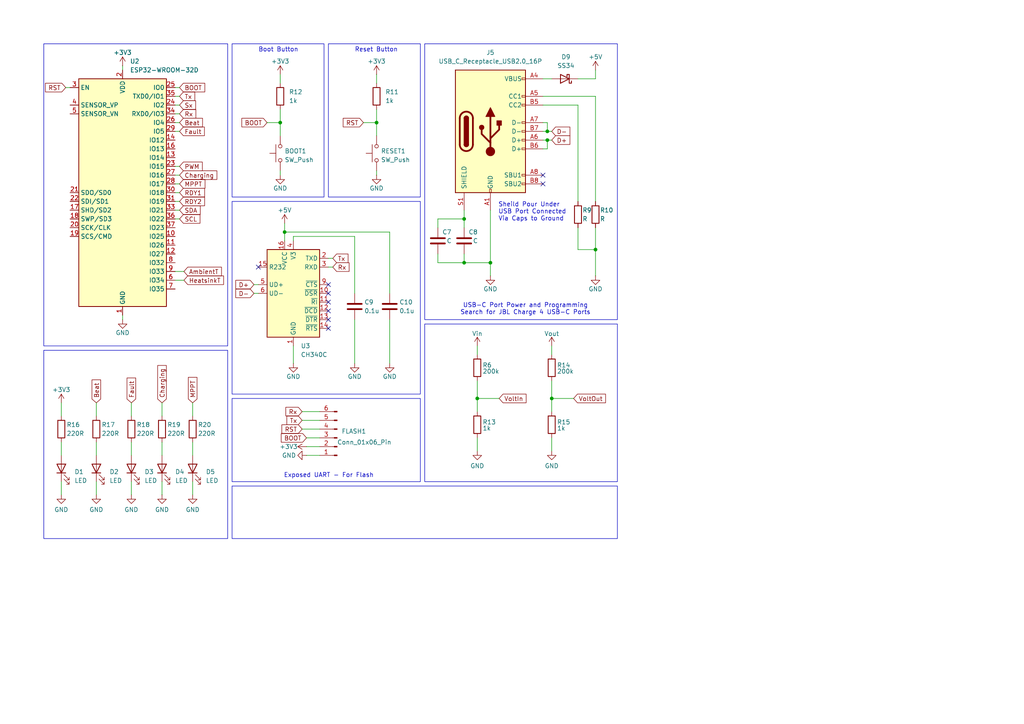
<source format=kicad_sch>
(kicad_sch (version 20250114) (generator "eeschema") (generator_version "9.0")
  (paper "A4")
  (lib_symbols
    (symbol "Connector:Conn_01x06_Pin" (pin_names (offset 1.016) (hide yes))
      (property "Reference" "J" (at 0 7.62 0))
      (property "Value" "Conn_01x06_Pin" (at 0 -10.16 0))
      (symbol "Conn_01x06_Pin_1_1"
        (rectangle (start 0.8636 5.207) (end 0 4.953) (stroke (width 0.1524)) (fill (type outline)))
        (rectangle (start 0.8636 2.667) (end 0 2.413) (stroke (width 0.1524)) (fill (type outline)))
        (rectangle (start 0.8636 0.127) (end 0 -0.127) (stroke (width 0.1524)) (fill (type outline)))
        (rectangle (start 0.8636 -2.413) (end 0 -2.667) (stroke (width 0.1524)) (fill (type outline)))
        (rectangle (start 0.8636 -4.953) (end 0 -5.207) (stroke (width 0.1524)) (fill (type outline)))
        (rectangle (start 0.8636 -7.493) (end 0 -7.747) (stroke (width 0.1524)) (fill (type outline)))
        (polyline (pts (xy 1.27 5.08) (xy 0.8636 5.08)) (stroke (width 0.1524)))
        (polyline (pts (xy 1.27 2.54) (xy 0.8636 2.54)) (stroke (width 0.1524)))
        (polyline (pts (xy 1.27 0) (xy 0.8636 0)) (stroke (width 0.1524)))
        (polyline (pts (xy 1.27 -2.54) (xy 0.8636 -2.54)) (stroke (width 0.1524)))
        (polyline (pts (xy 1.27 -5.08) (xy 0.8636 -5.08)) (stroke (width 0.1524)))
        (polyline (pts (xy 1.27 -7.62) (xy 0.8636 -7.62)) (stroke (width 0.1524)))
        (pin passive line (at 5.08 5.08 180) (length 3.81) (name "Pin_1") (number "1"))
        (pin passive line (at 5.08 2.54 180) (length 3.81) (name "Pin_2") (number "2"))
        (pin passive line (at 5.08 0 180) (length 3.81) (name "Pin_3") (number "3"))
        (pin passive line (at 5.08 -2.54 180) (length 3.81) (name "Pin_4") (number "4"))
        (pin passive line (at 5.08 -5.08 180) (length 3.81) (name "Pin_5") (number "5"))
        (pin passive line (at 5.08 -7.62 180) (length 3.81) (name "Pin_6") (number "6"))
      )
    )
    (symbol "Connector:USB_C_Receptacle_USB2.0_16P" (pin_names (offset 1.016))
      (property "Reference" "J" (at 0 22.225 0))
      (property "Value" "USB_C_Receptacle_USB2.0_16P" (at 0 19.685 0))
      (symbol "USB_C_Receptacle_USB2.0_16P_0_0"
        (rectangle (start -0.254 -17.78) (end 0.254 -16.764))
        (rectangle (start 10.16 15.494) (end 9.144 14.986))
        (rectangle (start 10.16 10.414) (end 9.144 9.906))
        (rectangle (start 10.16 7.874) (end 9.144 7.366))
        (rectangle (start 10.16 2.794) (end 9.144 2.286))
        (rectangle (start 10.16 0.254) (end 9.144 -0.254))
        (rectangle (start 10.16 -2.286) (end 9.144 -2.794))
        (rectangle (start 10.16 -4.826) (end 9.144 -5.334))
        (rectangle (start 10.16 -12.446) (end 9.144 -12.954))
        (rectangle (start 10.16 -14.986) (end 9.144 -15.494))
      )
      (symbol "USB_C_Receptacle_USB2.0_16P_0_1"
        (rectangle (start -10.16 17.78) (end 10.16 -17.78) (stroke (width 0.254)) (fill (type background)))
        (polyline (pts (xy -8.89 -3.81) (xy -8.89 3.81)) (stroke (width 0.508)))
        (rectangle (start -7.62 -3.81) (end -6.35 3.81) (stroke (width 0.254)) (fill (type outline)))
        (arc (start -7.62 3.81) (mid -6.985 4.4423) (end -6.35 3.81) (stroke (width 0.254)))
        (arc (start -7.62 3.81) (mid -6.985 4.4423) (end -6.35 3.81) (stroke (width 0.254)) (fill (type outline)))
        (arc (start -8.89 3.81) (mid -6.985 5.7067) (end -5.08 3.81) (stroke (width 0.508)))
        (arc (start -5.08 -3.81) (mid -6.985 -5.7067) (end -8.89 -3.81) (stroke (width 0.508)))
        (arc (start -6.35 -3.81) (mid -6.985 -4.4423) (end -7.62 -3.81) (stroke (width 0.254)))
        (arc (start -6.35 -3.81) (mid -6.985 -4.4423) (end -7.62 -3.81) (stroke (width 0.254)) (fill (type outline)))
        (polyline (pts (xy -5.08 3.81) (xy -5.08 -3.81)) (stroke (width 0.508)))
        (circle (center -2.54 1.143) (radius 0.635) (stroke (width 0.254)) (fill (type outline)))
        (polyline (pts (xy -1.27 4.318) (xy 0 6.858) (xy 1.27 4.318) (xy -1.27 4.318)) (stroke (width 0.254)) (fill (type outline)))
        (polyline (pts (xy 0 -2.032) (xy 2.54 0.508) (xy 2.54 1.778)) (stroke (width 0.508)))
        (polyline (pts (xy 0 -3.302) (xy -2.54 -0.762) (xy -2.54 0.508)) (stroke (width 0.508)))
        (polyline (pts (xy 0 -5.842) (xy 0 4.318)) (stroke (width 0.508)))
        (circle (center 0 -5.842) (radius 1.27) (fill (type outline)))
        (rectangle (start 1.905 1.778) (end 3.175 3.048) (stroke (width 0.254)) (fill (type outline)))
      )
      (symbol "USB_C_Receptacle_USB2.0_16P_1_1"
        (pin passive line (at -7.62 -22.86 90) (length 5.08) (name "SHIELD") (number "S1"))
        (pin passive line (at 0 -22.86 90) (length 5.08) (name "GND") (number "A1"))
        (pin passive line (at 0 -22.86 90) (length 5.08) (hide yes) (name "GND") (number "A12"))
        (pin passive line (at 0 -22.86 90) (length 5.08) (hide yes) (name "GND") (number "B1"))
        (pin passive line (at 0 -22.86 90) (length 5.08) (hide yes) (name "GND") (number "B12"))
        (pin passive line (at 15.24 15.24 180) (length 5.08) (name "VBUS") (number "A4"))
        (pin passive line (at 15.24 15.24 180) (length 5.08) (hide yes) (name "VBUS") (number "A9"))
        (pin passive line (at 15.24 15.24 180) (length 5.08) (hide yes) (name "VBUS") (number "B4"))
        (pin passive line (at 15.24 15.24 180) (length 5.08) (hide yes) (name "VBUS") (number "B9"))
        (pin bidirectional line (at 15.24 10.16 180) (length 5.08) (name "CC1") (number "A5"))
        (pin bidirectional line (at 15.24 7.62 180) (length 5.08) (name "CC2") (number "B5"))
        (pin bidirectional line (at 15.24 2.54 180) (length 5.08) (name "D-") (number "A7"))
        (pin bidirectional line (at 15.24 0 180) (length 5.08) (name "D-") (number "B7"))
        (pin bidirectional line (at 15.24 -2.54 180) (length 5.08) (name "D+") (number "A6"))
        (pin bidirectional line (at 15.24 -5.08 180) (length 5.08) (name "D+") (number "B6"))
        (pin bidirectional line (at 15.24 -12.7 180) (length 5.08) (name "SBU1") (number "A8"))
        (pin bidirectional line (at 15.24 -15.24 180) (length 5.08) (name "SBU2") (number "B8"))
      )
    )
    (symbol "Device:C" (pin_numbers (hide yes)) (pin_names (offset 0.254))
      (property "Reference" "C" (at 0.635 2.54 0))
      (property "Value" "C" (at 0.635 -2.54 0))
      (symbol "C_0_1"
        (polyline (pts (xy -2.032 0.762) (xy 2.032 0.762)) (stroke (width 0.508)))
        (polyline (pts (xy -2.032 -0.762) (xy 2.032 -0.762)) (stroke (width 0.508)))
      )
      (symbol "C_1_1"
        (pin passive line (at 0 3.81 270) (length 2.794) (name "~") (number "1"))
        (pin passive line (at 0 -3.81 90) (length 2.794) (name "~") (number "2"))
      )
    )
    (symbol "Device:LED" (pin_numbers (hide yes)) (pin_names (offset 1.016) (hide yes))
      (property "Reference" "D" (at 0 2.54 0))
      (property "Value" "LED" (at 0 -2.54 0))
      (symbol "LED_0_1"
        (polyline (pts (xy -3.048 -0.762) (xy -4.572 -2.286) (xy -3.81 -2.286) (xy -4.572 -2.286) (xy -4.572 -1.524)))
        (polyline (pts (xy -1.778 -0.762) (xy -3.302 -2.286) (xy -2.54 -2.286) (xy -3.302 -2.286) (xy -3.302 -1.524)))
        (polyline (pts (xy -1.27 0) (xy 1.27 0)))
        (polyline (pts (xy -1.27 -1.27) (xy -1.27 1.27)) (stroke (width 0.254)))
        (polyline (pts (xy 1.27 -1.27) (xy 1.27 1.27) (xy -1.27 0) (xy 1.27 -1.27)) (stroke (width 0.254)))
      )
      (symbol "LED_1_1"
        (pin passive line (at -3.81 0 0) (length 2.54) (name "K") (number "1"))
        (pin passive line (at 3.81 0 180) (length 2.54) (name "A") (number "2"))
      )
    )
    (symbol "Device:R" (pin_numbers (hide yes)) (pin_names (offset 0))
      (property "Reference" "R" (at 2.032 0 90))
      (property "Value" "R" (at 0 0 90))
      (symbol "R_0_1"
        (rectangle (start -1.016 -2.54) (end 1.016 2.54) (stroke (width 0.254)))
      )
      (symbol "R_1_1"
        (pin passive line (at 0 3.81 270) (length 1.27) (name "~") (number "1"))
        (pin passive line (at 0 -3.81 90) (length 1.27) (name "~") (number "2"))
      )
    )
    (symbol "Diode:SS34" (pin_numbers (hide yes)) (pin_names (offset 1.016) (hide yes))
      (property "Reference" "D" (at 0 2.54 0))
      (property "Value" "SS34" (at 0 -2.54 0))
      (symbol "SS34_0_1"
        (polyline (pts (xy -1.905 0.635) (xy -1.905 1.27) (xy -1.27 1.27) (xy -1.27 -1.27) (xy -0.635 -1.27) (xy -0.635 -0.635)) (stroke (width 0.254)))
        (polyline (pts (xy 1.27 1.27) (xy 1.27 -1.27) (xy -1.27 0) (xy 1.27 1.27)) (stroke (width 0.254)))
        (polyline (pts (xy 1.27 0) (xy -1.27 0)))
      )
      (symbol "SS34_1_1"
        (pin passive line (at -3.81 0 0) (length 2.54) (name "K") (number "1"))
        (pin passive line (at 3.81 0 180) (length 2.54) (name "A") (number "2"))
      )
    )
    (symbol "Interface_USB:CH340C"
      (property "Reference" "U" (at -5.08 13.97 0))
      (property "Value" "CH340C" (at 1.27 13.97 0))
      (symbol "CH340C_0_1"
        (rectangle (start -7.62 12.7) (end 7.62 -12.7) (stroke (width 0.254)) (fill (type background)))
      )
      (symbol "CH340C_1_1"
        (pin input line (at -10.16 7.62 0) (length 2.54) (name "R232") (number "15"))
        (pin bidirectional line (at -10.16 2.54 0) (length 2.54) (name "UD+") (number "5"))
        (pin bidirectional line (at -10.16 0 0) (length 2.54) (name "UD-") (number "6"))
        (pin no_connect line (at -7.62 -5.08 0) (length 2.54) (hide yes) (name "NC") (number "7"))
        (pin no_connect line (at -7.62 -7.62 0) (length 2.54) (hide yes) (name "NC") (number "8"))
        (pin power_in line (at -2.54 15.24 270) (length 2.54) (name "VCC") (number "16"))
        (pin power_out line (at 0 15.24 270) (length 2.54) (name "V3") (number "4"))
        (pin power_in line (at 0 -15.24 90) (length 2.54) (name "GND") (number "1"))
        (pin output line (at 10.16 10.16 180) (length 2.54) (name "TXD") (number "2"))
        (pin input line (at 10.16 7.62 180) (length 2.54) (name "RXD") (number "3"))
        (pin input line (at 10.16 2.54 180) (length 2.54) (name "~{CTS}") (number "9"))
        (pin input line (at 10.16 0 180) (length 2.54) (name "~{DSR}") (number "10"))
        (pin input line (at 10.16 -2.54 180) (length 2.54) (name "~{RI}") (number "11"))
        (pin input line (at 10.16 -5.08 180) (length 2.54) (name "~{DCD}") (number "12"))
        (pin output line (at 10.16 -7.62 180) (length 2.54) (name "~{DTR}") (number "13"))
        (pin output line (at 10.16 -10.16 180) (length 2.54) (name "~{RTS}") (number "14"))
      )
    )
    (symbol "RF_Module:ESP32-WROOM-32D"
      (property "Reference" "U" (at -12.7 34.29 0))
      (property "Value" "ESP32-WROOM-32D" (at 1.27 34.29 0))
      (symbol "ESP32-WROOM-32D_0_1"
        (rectangle (start -12.7 33.02) (end 12.7 -33.02) (stroke (width 0.254)) (fill (type background)))
      )
      (symbol "ESP32-WROOM-32D_1_1"
        (pin input line (at -15.24 30.48 0) (length 2.54) (name "EN") (number "3"))
        (pin input line (at -15.24 25.4 0) (length 2.54) (name "SENSOR_VP") (number "4"))
        (pin input line (at -15.24 22.86 0) (length 2.54) (name "SENSOR_VN") (number "5"))
        (pin bidirectional line (at -15.24 0 0) (length 2.54) (name "SDO/SD0") (number "21"))
        (pin bidirectional line (at -15.24 -2.54 0) (length 2.54) (name "SDI/SD1") (number "22"))
        (pin bidirectional line (at -15.24 -5.08 0) (length 2.54) (name "SHD/SD2") (number "17"))
        (pin bidirectional line (at -15.24 -7.62 0) (length 2.54) (name "SWP/SD3") (number "18"))
        (pin bidirectional line (at -15.24 -10.16 0) (length 2.54) (name "SCK/CLK") (number "20"))
        (pin bidirectional line (at -15.24 -12.7 0) (length 2.54) (name "SCS/CMD") (number "19"))
        (pin no_connect line (at -12.7 -27.94 0) (length 2.54) (hide yes) (name "NC") (number "32"))
        (pin power_in line (at 0 35.56 270) (length 2.54) (name "VDD") (number "2"))
        (pin power_in line (at 0 -35.56 90) (length 2.54) (name "GND") (number "1"))
        (pin passive line (at 0 -35.56 90) (length 2.54) (hide yes) (name "GND") (number "15"))
        (pin passive line (at 0 -35.56 90) (length 2.54) (hide yes) (name "GND") (number "38"))
        (pin passive line (at 0 -35.56 90) (length 2.54) (hide yes) (name "GND") (number "39"))
        (pin bidirectional line (at 15.24 30.48 180) (length 2.54) (name "IO0") (number "25"))
        (pin bidirectional line (at 15.24 27.94 180) (length 2.54) (name "TXD0/IO1") (number "35"))
        (pin bidirectional line (at 15.24 25.4 180) (length 2.54) (name "IO2") (number "24"))
        (pin bidirectional line (at 15.24 22.86 180) (length 2.54) (name "RXD0/IO3") (number "34"))
        (pin bidirectional line (at 15.24 20.32 180) (length 2.54) (name "IO4") (number "26"))
        (pin bidirectional line (at 15.24 17.78 180) (length 2.54) (name "IO5") (number "29"))
        (pin bidirectional line (at 15.24 15.24 180) (length 2.54) (name "IO12") (number "14"))
        (pin bidirectional line (at 15.24 12.7 180) (length 2.54) (name "IO13") (number "16"))
        (pin bidirectional line (at 15.24 10.16 180) (length 2.54) (name "IO14") (number "13"))
        (pin bidirectional line (at 15.24 7.62 180) (length 2.54) (name "IO15") (number "23"))
        (pin bidirectional line (at 15.24 5.08 180) (length 2.54) (name "IO16") (number "27"))
        (pin bidirectional line (at 15.24 2.54 180) (length 2.54) (name "IO17") (number "28"))
        (pin bidirectional line (at 15.24 0 180) (length 2.54) (name "IO18") (number "30"))
        (pin bidirectional line (at 15.24 -2.54 180) (length 2.54) (name "IO19") (number "31"))
        (pin bidirectional line (at 15.24 -5.08 180) (length 2.54) (name "IO21") (number "33"))
        (pin bidirectional line (at 15.24 -7.62 180) (length 2.54) (name "IO22") (number "36"))
        (pin bidirectional line (at 15.24 -10.16 180) (length 2.54) (name "IO23") (number "37"))
        (pin bidirectional line (at 15.24 -12.7 180) (length 2.54) (name "IO25") (number "10"))
        (pin bidirectional line (at 15.24 -15.24 180) (length 2.54) (name "IO26") (number "11"))
        (pin bidirectional line (at 15.24 -17.78 180) (length 2.54) (name "IO27") (number "12"))
        (pin bidirectional line (at 15.24 -20.32 180) (length 2.54) (name "IO32") (number "8"))
        (pin bidirectional line (at 15.24 -22.86 180) (length 2.54) (name "IO33") (number "9"))
        (pin input line (at 15.24 -25.4 180) (length 2.54) (name "IO34") (number "6"))
        (pin input line (at 15.24 -27.94 180) (length 2.54) (name "IO35") (number "7"))
      )
    )
    (symbol "Switch:SW_Push" (pin_numbers (hide yes)) (pin_names (offset 1.016) (hide yes))
      (property "Reference" "SW" (at 1.27 2.54 0))
      (property "Value" "SW_Push" (at 0 -1.524 0))
      (symbol "SW_Push_0_1"
        (circle (center -2.032 0) (radius 0.508))
        (polyline (pts (xy 0 1.27) (xy 0 3.048)))
        (circle (center 2.032 0) (radius 0.508))
        (polyline (pts (xy 2.54 1.27) (xy -2.54 1.27)))
        (pin passive line (at -5.08 0 0) (length 2.54) (name "1") (number "1"))
        (pin passive line (at 5.08 0 180) (length 2.54) (name "2") (number "2"))
      )
    )
    (symbol "power:+3V3" (power) (pin_numbers (hide yes)) (pin_names (offset 0) (hide yes))
      (property "Value" "+3V3" (at 0 3.556 0))
      (symbol "+3V3_0_1"
        (polyline (pts (xy -0.762 1.27) (xy 0 2.54)))
        (polyline (pts (xy 0 2.54) (xy 0.762 1.27)))
        (polyline (pts (xy 0 0) (xy 0 2.54)))
      )
      (symbol "+3V3_1_1"
        (pin power_in line (at 0 0 90) (length 0) (name "~") (number "1"))
      )
    )
    (symbol "power:+5V" (power) (pin_names (offset 0))
      (property "Value" "+5V" (at 0 3.556 0))
      (symbol "+5V_0_1"
        (polyline (pts (xy -0.762 1.27) (xy 0 2.54)))
        (polyline (pts (xy 0 2.54) (xy 0.762 1.27)))
        (polyline (pts (xy 0 0) (xy 0 2.54)))
      )
      (symbol "+5V_1_1"
        (pin power_in line (at 0 0 90) (length 0) (hide yes) (name "+5V") (number "1"))
      )
    )
    (symbol "power:GND" (power) (pin_numbers (hide yes)) (pin_names (offset 0) (hide yes))
      (property "Value" "GND" (at 0 -3.81 0))
      (symbol "GND_0_1"
        (polyline (pts (xy 0 0) (xy 0 -1.27) (xy 1.27 -1.27) (xy 0 -2.54) (xy -1.27 -1.27) (xy 0 -1.27)))
      )
      (symbol "GND_1_1"
        (pin power_in line (at 0 0 270) (length 0) (name "~") (number "1"))
      )
    )
    (symbol "power:VAA" (power) (pin_numbers (hide yes)) (pin_names (offset 0) (hide yes))
      (property "Value" "VAA" (at 0 3.556 0))
      (symbol "VAA_0_1"
        (polyline (pts (xy -0.762 1.27) (xy 0 2.54)))
        (polyline (pts (xy 0 2.54) (xy 0.762 1.27)))
        (polyline (pts (xy 0 0) (xy 0 2.54)))
      )
      (symbol "VAA_1_1"
        (pin power_in line (at 0 0 90) (length 0) (name "~") (number "1"))
      )
    )
  )
  (rectangle (start 67.31 58.42) (end 121.92 114.3))
  (rectangle (start 67.31 115.57) (end 121.92 139.7))
  (rectangle (start 67.31 12.7) (end 93.98 57.15))
  (rectangle (start 12.7 101.6) (end 66.04 156.21))
  (rectangle (start 123.19 93.98) (end 179.07 139.7))
  (rectangle (start 95.25 12.7) (end 121.92 57.15))
  (rectangle (start 67.31 140.97) (end 179.07 156.21))
  (rectangle (start 12.7 12.7) (end 66.04 100.33))
  (rectangle (start 123.19 12.7) (end 179.07 92.71))
  (text "Exposed UART - For Flash" (at 82.296 138.684 0) (effects (font (size 1.27 1.27)) (justify left bottom)))
  (text "Reset Button" (at 102.87 15.24 0) (effects (font (size 1.27 1.27)) (justify left bottom)))
  (text "Boot Button" (at 74.93 15.24 0) (effects (font (size 1.27 1.27)) (justify left bottom)))
  (text "Sheild Pour Under\nUSB Port Connected\nVia Caps to Ground" (at 144.526 64.262 0) (effects (font (size 1.27 1.27)) (justify left bottom)))
  (text "USB-C Port Power and Programming\nSearch for JBL Charge 4 USB-C Ports" (at 152.4 91.44 0) (effects (font (size 1.27 1.27)) (justify bottom)))
  (junction (at 134.62 63.5))
  (junction (at 109.22 35.56))
  (junction (at 138.43 115.57))
  (junction (at 158.75 40.64))
  (junction (at 160.02 115.57))
  (junction (at 172.72 72.39))
  (junction (at 82.55 67.31))
  (junction (at 134.62 76.2))
  (junction (at 158.75 38.1))
  (junction (at 81.28 35.56))
  (junction (at 142.24 76.2))
  (no_connect (at 157.48 53.34))
  (no_connect (at 74.93 77.47))
  (no_connect (at 95.25 90.17))
  (no_connect (at 95.25 87.63))
  (no_connect (at 95.25 95.25))
  (no_connect (at 157.48 50.8))
  (no_connect (at 95.25 92.71))
  (no_connect (at 95.25 82.55))
  (no_connect (at 95.25 85.09))
  (wire (pts (xy 158.75 40.64) (xy 160.02 40.64)))
  (wire (pts (xy 160.02 127) (xy 160.02 130.81)))
  (wire (pts (xy 53.34 78.74) (xy 50.8 78.74)))
  (wire (pts (xy 167.64 30.48) (xy 157.48 30.48)))
  (wire (pts (xy 158.75 38.1) (xy 158.75 35.56)))
  (wire (pts (xy 127 73.66) (xy 127 76.2)))
  (wire (pts (xy 50.8 58.42) (xy 52.07 58.42)))
  (wire (pts (xy 46.99 139.7) (xy 46.99 143.51)))
  (wire (pts (xy 113.03 85.09) (xy 113.03 67.31)))
  (wire (pts (xy 172.72 66.04) (xy 172.72 72.39)))
  (wire (pts (xy 158.75 43.18) (xy 158.75 40.64)))
  (wire (pts (xy 46.99 128.27) (xy 46.99 132.08)))
  (wire (pts (xy 142.24 60.96) (xy 142.24 76.2)))
  (wire (pts (xy 127 63.5) (xy 127 66.04)))
  (wire (pts (xy 157.48 22.86) (xy 160.02 22.86)))
  (wire (pts (xy 85.09 100.33) (xy 85.09 105.41)))
  (wire (pts (xy 55.88 139.7) (xy 55.88 143.51)))
  (wire (pts (xy 50.8 60.96) (xy 52.07 60.96)))
  (wire (pts (xy 167.64 72.39) (xy 172.72 72.39)))
  (wire (pts (xy 172.72 27.94) (xy 157.48 27.94)))
  (wire (pts (xy 134.62 63.5) (xy 134.62 66.04)))
  (wire (pts (xy 82.55 67.31) (xy 82.55 69.85)))
  (wire (pts (xy 172.72 58.42) (xy 172.72 27.94)))
  (wire (pts (xy 172.72 22.86) (xy 172.72 20.32)))
  (wire (pts (xy 160.02 115.57) (xy 166.37 115.57)))
  (wire (pts (xy 50.8 48.26) (xy 52.07 48.26)))
  (wire (pts (xy 138.43 110.49) (xy 138.43 115.57)))
  (wire (pts (xy 50.8 38.1) (xy 52.07 38.1)))
  (wire (pts (xy 50.8 27.94) (xy 52.07 27.94)))
  (wire (pts (xy 102.87 92.71) (xy 102.87 105.41)))
  (wire (pts (xy 138.43 115.57) (xy 138.43 119.38)))
  (wire (pts (xy 87.63 121.92) (xy 92.71 121.92)))
  (wire (pts (xy 109.22 31.75) (xy 109.22 35.56)))
  (wire (pts (xy 27.94 139.7) (xy 27.94 143.51)))
  (wire (pts (xy 85.09 68.58) (xy 85.09 69.85)))
  (wire (pts (xy 138.43 127) (xy 138.43 130.81)))
  (wire (pts (xy 134.62 76.2) (xy 142.24 76.2)))
  (wire (pts (xy 50.8 50.8) (xy 52.07 50.8)))
  (wire (pts (xy 17.78 139.7) (xy 17.78 143.51)))
  (wire (pts (xy 157.48 35.56) (xy 158.75 35.56)))
  (wire (pts (xy 17.78 116.84) (xy 17.78 120.65)))
  (wire (pts (xy 35.56 19.05) (xy 35.56 20.32)))
  (wire (pts (xy 127 76.2) (xy 134.62 76.2)))
  (wire (pts (xy 81.28 35.56) (xy 81.28 39.37)))
  (wire (pts (xy 17.78 128.27) (xy 17.78 132.08)))
  (wire (pts (xy 138.43 100.33) (xy 138.43 102.87)))
  (wire (pts (xy 142.24 76.2) (xy 142.24 80.01)))
  (wire (pts (xy 53.34 81.28) (xy 50.8 81.28)))
  (wire (pts (xy 46.99 116.84) (xy 46.99 120.65)))
  (wire (pts (xy 127 63.5) (xy 134.62 63.5)))
  (wire (pts (xy 50.8 63.5) (xy 52.07 63.5)))
  (wire (pts (xy 55.88 116.84) (xy 55.88 120.65)))
  (wire (pts (xy 95.25 74.93) (xy 96.52 74.93)))
  (wire (pts (xy 87.63 124.46) (xy 92.71 124.46)))
  (wire (pts (xy 105.41 35.56) (xy 109.22 35.56)))
  (wire (pts (xy 172.72 72.39) (xy 172.72 80.01)))
  (wire (pts (xy 38.1 116.84) (xy 38.1 120.65)))
  (wire (pts (xy 160.02 115.57) (xy 160.02 119.38)))
  (wire (pts (xy 82.55 64.77) (xy 82.55 67.31)))
  (wire (pts (xy 160.02 110.49) (xy 160.02 115.57)))
  (wire (pts (xy 134.62 73.66) (xy 134.62 76.2)))
  (wire (pts (xy 95.25 77.47) (xy 96.52 77.47)))
  (wire (pts (xy 88.9 129.54) (xy 92.71 129.54)))
  (wire (pts (xy 109.22 35.56) (xy 109.22 39.37)))
  (wire (pts (xy 157.48 38.1) (xy 158.75 38.1)))
  (wire (pts (xy 113.03 67.31) (xy 82.55 67.31)))
  (wire (pts (xy 113.03 92.71) (xy 113.03 105.41)))
  (wire (pts (xy 134.62 60.96) (xy 134.62 63.5)))
  (wire (pts (xy 157.48 40.64) (xy 158.75 40.64)))
  (wire (pts (xy 167.64 66.04) (xy 167.64 72.39)))
  (wire (pts (xy 88.9 132.08) (xy 92.71 132.08)))
  (wire (pts (xy 35.56 91.44) (xy 35.56 92.71)))
  (wire (pts (xy 50.8 53.34) (xy 52.07 53.34)))
  (wire (pts (xy 81.28 31.75) (xy 81.28 35.56)))
  (wire (pts (xy 157.48 43.18) (xy 158.75 43.18)))
  (wire (pts (xy 88.9 127) (xy 92.71 127)))
  (wire (pts (xy 50.8 25.4) (xy 52.07 25.4)))
  (wire (pts (xy 38.1 128.27) (xy 38.1 132.08)))
  (wire (pts (xy 81.28 21.59) (xy 81.28 24.13)))
  (wire (pts (xy 102.87 68.58) (xy 85.09 68.58)))
  (wire (pts (xy 52.07 35.56) (xy 50.8 35.56)))
  (wire (pts (xy 73.66 85.09) (xy 74.93 85.09)))
  (wire (pts (xy 50.8 33.02) (xy 52.07 33.02)))
  (wire (pts (xy 160.02 100.33) (xy 160.02 102.87)))
  (wire (pts (xy 52.07 30.48) (xy 50.8 30.48)))
  (wire (pts (xy 73.66 82.55) (xy 74.93 82.55)))
  (wire (pts (xy 81.28 49.53) (xy 81.28 50.8)))
  (wire (pts (xy 109.22 49.53) (xy 109.22 50.8)))
  (wire (pts (xy 158.75 38.1) (xy 160.02 38.1)))
  (wire (pts (xy 27.94 128.27) (xy 27.94 132.08)))
  (wire (pts (xy 138.43 115.57) (xy 144.78 115.57)))
  (wire (pts (xy 27.94 116.84) (xy 27.94 120.65)))
  (wire (pts (xy 55.88 128.27) (xy 55.88 132.08)))
  (wire (pts (xy 87.63 119.38) (xy 92.71 119.38)))
  (wire (pts (xy 19.05 25.4) (xy 20.32 25.4)))
  (wire (pts (xy 109.22 21.59) (xy 109.22 24.13)))
  (wire (pts (xy 50.8 55.88) (xy 52.07 55.88)))
  (wire (pts (xy 38.1 139.7) (xy 38.1 143.51)))
  (wire (pts (xy 167.64 58.42) (xy 167.64 30.48)))
  (wire (pts (xy 102.87 85.09) (xy 102.87 68.58)))
  (wire (pts (xy 77.47 35.56) (xy 81.28 35.56)))
  (wire (pts (xy 167.64 22.86) (xy 172.72 22.86)))
  (global_label "RST" (shape input) (at 87.63 124.46 180) (property "Intersheetrefs" "${INTERSHEET_REFS}" (effects (hide yes))))
  (global_label "Fault" (shape input) (at 52.07 38.1 0) (property "Intersheetrefs" "${INTERSHEET_REFS}" (effects (hide yes))))
  (global_label "Fault" (shape input) (at 38.1 116.84 90) (property "Intersheetrefs" "${INTERSHEET_REFS}" (effects (hide yes))))
  (global_label "Rx" (shape input) (at 52.07 33.02 0) (property "Intersheetrefs" "${INTERSHEET_REFS}" (effects (hide yes))))
  (global_label "Sx" (shape input) (at 52.07 30.48 0) (property "Intersheetrefs" "${INTERSHEET_REFS}" (effects (hide yes))))
  (global_label "Tx" (shape input) (at 96.52 74.93 0) (property "Intersheetrefs" "${INTERSHEET_REFS}" (effects (hide yes))))
  (global_label "RST" (shape input) (at 19.05 25.4 180) (property "Intersheetrefs" "${INTERSHEET_REFS}" (effects (hide yes))))
  (global_label "Tx" (shape input) (at 87.63 121.92 180) (property "Intersheetrefs" "${INTERSHEET_REFS}" (effects (hide yes))))
  (global_label "MPPT" (shape input) (at 52.07 53.34 0) (property "Intersheetrefs" "${INTERSHEET_REFS}" (effects (hide yes))))
  (global_label "Charging" (shape input) (at 52.07 50.8 0) (property "Intersheetrefs" "${INTERSHEET_REFS}" (effects (hide yes))))
  (global_label "D-" (shape input) (at 73.66 85.09 180) (property "Intersheetrefs" "${INTERSHEET_REFS}" (effects (hide yes))))
  (global_label "Charging" (shape input) (at 46.99 116.84 90) (property "Intersheetrefs" "${INTERSHEET_REFS}" (effects (hide yes))))
  (global_label "RDY1" (shape input) (at 52.07 55.88 0) (property "Intersheetrefs" "${INTERSHEET_REFS}" (effects (hide yes))))
  (global_label "Rx" (shape input) (at 96.52 77.47 0) (property "Intersheetrefs" "${INTERSHEET_REFS}" (effects (hide yes))))
  (global_label "AmbientT" (shape input) (at 53.34 78.74 0) (property "Intersheetrefs" "${INTERSHEET_REFS}" (effects (hide yes))))
  (global_label "D-" (shape input) (at 160.02 38.1 0) (property "Intersheetrefs" "${INTERSHEET_REFS}" (effects (hide yes))))
  (global_label "BOOT" (shape input) (at 77.47 35.56 180) (property "Intersheetrefs" "${INTERSHEET_REFS}" (effects (hide yes))))
  (global_label "HeatsinkT" (shape input) (at 53.34 81.28 0) (property "Intersheetrefs" "${INTERSHEET_REFS}" (effects (hide yes))))
  (global_label "VoltOut" (shape input) (at 166.37 115.57 0) (property "Intersheetrefs" "${INTERSHEET_REFS}" (effects (hide yes))))
  (global_label "Tx" (shape input) (at 52.07 27.94 0) (property "Intersheetrefs" "${INTERSHEET_REFS}" (effects (hide yes))))
  (global_label "RDY2" (shape input) (at 52.07 58.42 0) (property "Intersheetrefs" "${INTERSHEET_REFS}" (effects (hide yes))))
  (global_label "SDA" (shape input) (at 52.07 60.96 0) (property "Intersheetrefs" "${INTERSHEET_REFS}" (effects (hide yes))))
  (global_label "RST" (shape input) (at 105.41 35.56 180) (property "Intersheetrefs" "${INTERSHEET_REFS}" (effects (hide yes))))
  (global_label "BOOT" (shape input) (at 88.9 127 180) (property "Intersheetrefs" "${INTERSHEET_REFS}" (effects (hide yes))))
  (global_label "Beat" (shape input) (at 27.94 116.84 90) (property "Intersheetrefs" "${INTERSHEET_REFS}" (effects (hide yes))))
  (global_label "Rx" (shape input) (at 87.63 119.38 180) (property "Intersheetrefs" "${INTERSHEET_REFS}" (effects (hide yes))))
  (global_label "D+" (shape input) (at 73.66 82.55 180) (property "Intersheetrefs" "${INTERSHEET_REFS}" (effects (hide yes))))
  (global_label "Beat" (shape input) (at 52.07 35.56 0) (property "Intersheetrefs" "${INTERSHEET_REFS}" (effects (hide yes))))
  (global_label "D+" (shape input) (at 160.02 40.64 0) (property "Intersheetrefs" "${INTERSHEET_REFS}" (effects (hide yes))))
  (global_label "MPPT" (shape input) (at 55.88 116.84 90) (property "Intersheetrefs" "${INTERSHEET_REFS}" (effects (hide yes))))
  (global_label "BOOT" (shape input) (at 52.07 25.4 0) (property "Intersheetrefs" "${INTERSHEET_REFS}" (effects (hide yes))))
  (global_label "SCL" (shape input) (at 52.07 63.5 0) (property "Intersheetrefs" "${INTERSHEET_REFS}" (effects (hide yes))))
  (global_label "PWM" (shape input) (at 52.07 48.26 0) (property "Intersheetrefs" "${INTERSHEET_REFS}" (effects (hide yes))))
  (global_label "VoltIn" (shape input) (at 144.78 115.57 0) (property "Intersheetrefs" "${INTERSHEET_REFS}" (effects (hide yes))))
  (symbol (lib_id "Device:R") (at 55.88 124.46 0) (unit 1)
    (property "Reference" "R20" (at 57.404 123.19 0) (effects (justify left)))
    (property "Value" "220R" (at 57.404 125.73 0) (effects (justify left)))
    (property "Footprint" "LED_SMD:LED_0805_2012Metric_Pad1.15x1.40mm_HandSolder" (effects (hide yes)))
    (property "Description" "Resistor" (effects (hide yes)))
  )
  (symbol (lib_id "Device:LED") (at 55.88 135.89 90) (unit 1)
    (property "Reference" "D5" (at 59.69 136.8425 90) (effects (justify right)))
    (property "Value" "LED" (at 59.69 139.3825 90) (effects (justify right)))
    (property "Footprint" "LED_SMD:LED_1206_3216Metric_Pad1.42x1.75mm_HandSolder" (effects (hide yes)))
  )
  (symbol (lib_id "Device:LED") (at 17.78 135.89 90) (unit 1)
    (property "Reference" "D1" (at 21.59 136.8425 90) (effects (justify right)))
    (property "Value" "LED" (at 21.59 139.3825 90) (effects (justify right)))
    (property "Footprint" "LED_SMD:LED_1206_3216Metric_Pad1.42x1.75mm_HandSolder" (effects (hide yes)))
  )
  (symbol (lib_id "power:GND") (at 85.09 105.41 0) (unit 1)
    (property "Reference" "#PWR03" (effects (hide yes)))
    (property "Value" "GND" (at 85.09 109.22 0))
  )
  (symbol (lib_id "Device:LED") (at 46.99 135.89 90) (unit 1)
    (property "Reference" "D4" (at 50.8 136.8425 90) (effects (justify right)))
    (property "Value" "LED" (at 50.8 139.3825 90) (effects (justify right)))
    (property "Footprint" "LED_SMD:LED_1206_3216Metric_Pad1.42x1.75mm_HandSolder" (effects (hide yes)))
  )
  (symbol (lib_id "Switch:SW_Push") (at 109.22 44.45 90) (unit 1)
    (property "Reference" "RESET1" (at 110.49 43.815 90) (effects (justify right)))
    (property "Value" "SW_Push" (at 110.49 46.355 90) (effects (justify right)))
    (property "Footprint" "Button_Switch_SMD:SW_Push_1P1T_XKB_TS-1187A" (effects (hide yes)))
  )
  (symbol (lib_id "power:GND") (at 35.56 92.71 0) (unit 1)
    (property "Reference" "#PWR031" (effects (hide yes)))
    (property "Value" "GND" (at 35.56 96.52 0))
  )
  (symbol (lib_id "power:GND") (at 102.87 105.41 0) (unit 1)
    (property "Reference" "#PWR041" (effects (hide yes)))
    (property "Value" "GND" (at 102.87 109.22 0))
  )
  (symbol (lib_id "Device:R") (at 172.72 62.23 0) (unit 1)
    (property "Reference" "R10" (at 173.99 60.96 0) (effects (justify left)))
    (property "Value" "R" (at 173.99 63.5 0) (effects (justify left)))
    (property "Footprint" "Capacitor_SMD:C_0603_1608Metric_Pad1.08x0.95mm_HandSolder" (effects (hide yes)))
  )
  (symbol (lib_id "power:VAA") (at 138.43 100.33 0) (unit 1)
    (property "Reference" "#PWR027" (effects (hide yes)))
    (property "Value" "Vin" (at 138.43 96.774 0))
    (property "Description" "Power symbol creates a global label with name \"VAA\"" (effects (hide yes)))
  )
  (symbol (lib_id "Device:C") (at 113.03 88.9 0) (unit 1)
    (property "Reference" "C10" (at 115.824 87.63 0) (effects (justify left)))
    (property "Value" "0.1u" (at 115.824 90.17 0) (effects (justify left)))
    (property "Footprint" "Capacitor_SMD:C_0603_1608Metric_Pad1.08x0.95mm_HandSolder" (effects (hide yes)))
    (property "Description" "Unpolarized capacitor" (effects (hide yes)))
  )
  (symbol (lib_id "power:GND") (at 46.99 143.51 0) (unit 1)
    (property "Reference" "#PWR039" (effects (hide yes)))
    (property "Value" "GND" (at 46.99 147.828 0))
    (property "Description" "Power symbol creates a global label with name \"GND\" , ground" (effects (hide yes)))
  )
  (symbol (lib_id "power:GND") (at 17.78 143.51 0) (unit 1)
    (property "Reference" "#PWR034" (effects (hide yes)))
    (property "Value" "GND" (at 17.78 147.828 0))
    (property "Description" "Power symbol creates a global label with name \"GND\" , ground" (effects (hide yes)))
  )
  (symbol (lib_id "power:+3V3") (at 81.28 21.59 0) (unit 1)
    (property "Reference" "#PWR021" (effects (hide yes)))
    (property "Value" "+3V3" (at 81.28 17.78 0))
  )
  (symbol (lib_id "Device:R") (at 17.78 124.46 0) (unit 1)
    (property "Reference" "R16" (at 19.304 123.19 0) (effects (justify left)))
    (property "Value" "220R" (at 19.304 125.73 0) (effects (justify left)))
    (property "Footprint" "LED_SMD:LED_0805_2012Metric_Pad1.15x1.40mm_HandSolder" (effects (hide yes)))
    (property "Description" "Resistor" (effects (hide yes)))
  )
  (symbol (lib_id "Device:R") (at 109.22 27.94 180) (unit 1)
    (property "Reference" "R11" (at 111.76 26.6699 0) (effects (justify right)))
    (property "Value" "1k" (at 111.76 29.2099 0) (effects (justify right)))
    (property "Footprint" "Resistor_SMD:R_0805_2012Metric_Pad1.20x1.40mm_HandSolder" (effects (hide yes)))
  )
  (symbol (lib_id "Connector:USB_C_Receptacle_USB2.0_16P") (at 142.24 38.1 0) (unit 1)
    (property "Reference" "J5" (at 142.24 15.24 0))
    (property "Value" "USB_C_Receptacle_USB2.0_16P" (at 142.24 17.78 0))
    (property "Footprint" "Connector_USB:USB_C_Receptacle_GCT_USB4085" (effects (hide yes)))
    (property "Datasheet" "https://www.usb.org/sites/default/files/documents/usb_type-c.zip" (effects (hide yes)))
    (property "Description" "USB 2.0-only 16P Type-C Receptacle connector" (effects (hide yes)))
  )
  (symbol (lib_id "power:+3V3") (at 17.78 116.84 0) (unit 1)
    (property "Reference" "#PWR033" (effects (hide yes)))
    (property "Value" "+3V3" (at 17.78 113.03 0))
    (property "Description" "Power symbol creates a global label with name \"+3V3\"" (effects (hide yes)))
  )
  (symbol (lib_id "power:GND") (at 172.72 80.01 0) (unit 1)
    (property "Reference" "#PWR035" (effects (hide yes)))
    (property "Value" "GND" (at 172.72 83.82 0))
  )
  (symbol (lib_id "power:GND") (at 113.03 105.41 0) (unit 1)
    (property "Reference" "#PWR042" (effects (hide yes)))
    (property "Value" "GND" (at 113.03 109.22 0))
  )
  (symbol (lib_id "RF_Module:ESP32-WROOM-32D") (at 35.56 55.88 0) (unit 1)
    (property "Reference" "U2" (at 37.7033 17.78 0) (effects (justify left)))
    (property "Value" "ESP32-WROOM-32D" (at 37.7033 20.32 0) (effects (justify left)))
    (property "Footprint" "RF_Module:ESP32-WROOM-32D" (effects (hide yes)))
    (property "Datasheet" "https://www.espressif.com/sites/default/files/documentation/esp32-wroom-32d_esp32-wroom-32u_datasheet_en.pdf" (effects (hide yes)))
    (property "Description" "RF Module, ESP32-D0WD SoC, Wi-Fi 802.11b/g/n, Bluetooth, BLE, 32-bit, 2.7-3.6V, onboard antenna, SMD" (effects (hide yes)))
  )
  (symbol (lib_id "Device:R") (at 138.43 106.68 0) (unit 1)
    (property "Reference" "R6" (at 139.954 105.918 0) (effects (justify left)))
    (property "Value" "200k" (at 139.954 107.696 0) (effects (justify left)))
    (property "Footprint" "Resistor_SMD:R_0603_1608Metric_Pad0.98x0.95mm_HandSolder" (effects (hide yes)))
    (property "Description" "Resistor" (effects (hide yes)))
  )
  (symbol (lib_id "power:GND") (at 38.1 143.51 0) (unit 1)
    (property "Reference" "#PWR038" (effects (hide yes)))
    (property "Value" "GND" (at 38.1 147.828 0))
    (property "Description" "Power symbol creates a global label with name \"GND\" , ground" (effects (hide yes)))
  )
  (symbol (lib_id "power:+3V3") (at 35.56 19.05 0) (unit 1)
    (property "Reference" "#PWR032" (effects (hide yes)))
    (property "Value" "+3V3" (at 35.56 15.24 0))
  )
  (symbol (lib_id "Device:C") (at 127 69.85 0) (unit 1)
    (property "Reference" "C7" (at 128.27 67.31 0) (effects (justify left)))
    (property "Value" "C" (at 129.54 69.85 0) (effects (justify left)))
    (property "Footprint" "Capacitor_SMD:C_0603_1608Metric_Pad1.08x0.95mm_HandSolder" (effects (hide yes)))
  )
  (symbol (lib_id "power:+3V3") (at 88.9 129.54 90) (unit 1)
    (property "Reference" "#PWR025" (effects (hide yes)))
    (property "Value" "+3V3" (at 86.36 129.54 90) (effects (justify left)))
  )
  (symbol (lib_id "Device:LED") (at 38.1 135.89 90) (unit 1)
    (property "Reference" "D3" (at 41.91 136.8425 90) (effects (justify right)))
    (property "Value" "LED" (at 41.91 139.3825 90) (effects (justify right)))
    (property "Footprint" "LED_SMD:LED_1206_3216Metric_Pad1.42x1.75mm_HandSolder" (effects (hide yes)))
  )
  (symbol (lib_id "power:VAA") (at 160.02 100.33 0) (unit 1)
    (property "Reference" "#PWR029" (effects (hide yes)))
    (property "Value" "Vout" (at 160.02 96.774 0))
    (property "Description" "Power symbol creates a global label with name \"VAA\"" (effects (hide yes)))
  )
  (symbol (lib_id "power:+3V3") (at 109.22 21.59 0) (unit 1)
    (property "Reference" "#PWR019" (effects (hide yes)))
    (property "Value" "+3V3" (at 109.22 17.78 0))
  )
  (symbol (lib_id "Device:LED") (at 27.94 135.89 90) (unit 1)
    (property "Reference" "D2" (at 31.75 136.8425 90) (effects (justify right)))
    (property "Value" "LED" (at 31.75 139.3825 90) (effects (justify right)))
    (property "Footprint" "LED_SMD:LED_1206_3216Metric_Pad1.42x1.75mm_HandSolder" (effects (hide yes)))
  )
  (symbol (lib_id "Device:R") (at 167.64 62.23 0) (unit 1)
    (property "Reference" "R9" (at 168.91 60.96 0) (effects (justify left)))
    (property "Value" "R" (at 168.91 63.5 0) (effects (justify left)))
    (property "Footprint" "Capacitor_SMD:C_0603_1608Metric_Pad1.08x0.95mm_HandSolder" (effects (hide yes)))
  )
  (symbol (lib_id "power:GND") (at 160.02 130.81 0) (unit 1)
    (property "Reference" "#PWR030" (effects (hide yes)))
    (property "Value" "GND" (at 160.02 135.128 0))
    (property "Description" "Power symbol creates a global label with name \"GND\" , ground" (effects (hide yes)))
  )
  (symbol (lib_id "Device:C") (at 134.62 69.85 0) (unit 1)
    (property "Reference" "C8" (at 135.89 67.31 0) (effects (justify left)))
    (property "Value" "C" (at 137.16 69.85 0) (effects (justify left)))
    (property "Footprint" "Capacitor_SMD:C_0603_1608Metric_Pad1.08x0.95mm_HandSolder" (effects (hide yes)))
  )
  (symbol (lib_id "power:GND") (at 138.43 130.81 0) (unit 1)
    (property "Reference" "#PWR028" (effects (hide yes)))
    (property "Value" "GND" (at 138.43 135.128 0))
    (property "Description" "Power symbol creates a global label with name \"GND\" , ground" (effects (hide yes)))
  )
  (symbol (lib_id "Device:R") (at 138.43 123.19 0) (unit 1)
    (property "Reference" "R13" (at 139.954 122.428 0) (effects (justify left)))
    (property "Value" "1k" (at 139.954 124.206 0) (effects (justify left)))
    (property "Footprint" "Resistor_SMD:R_0603_1608Metric_Pad0.98x0.95mm_HandSolder" (effects (hide yes)))
    (property "Description" "Resistor" (effects (hide yes)))
  )
  (symbol (lib_id "power:GND") (at 81.28 50.8 0) (unit 1)
    (property "Reference" "#PWR024" (effects (hide yes)))
    (property "Value" "GND" (at 81.28 54.61 0))
  )
  (symbol (lib_id "Switch:SW_Push") (at 81.28 44.45 90) (unit 1)
    (property "Reference" "BOOT1" (at 82.55 43.815 90) (effects (justify right)))
    (property "Value" "SW_Push" (at 82.55 46.355 90) (effects (justify right)))
    (property "Footprint" "Button_Switch_SMD:SW_Push_1P1T_XKB_TS-1187A" (effects (hide yes)))
  )
  (symbol (lib_id "Connector:Conn_01x06_Pin") (at 97.79 127 180) (unit 1)
    (property "Reference" "FLASH1" (at 99.06 125.095 0) (effects (justify right)))
    (property "Value" "Conn_01x06_Pin" (at 97.79 128.27 0) (effects (justify right)))
    (property "Footprint" "Connector_PinHeader_2.54mm:PinHeader_2x03_P2.54mm_Vertical" (effects (hide yes)))
  )
  (symbol (lib_id "Device:R") (at 46.99 124.46 0) (unit 1)
    (property "Reference" "R19" (at 48.514 123.19 0) (effects (justify left)))
    (property "Value" "220R" (at 48.514 125.73 0) (effects (justify left)))
    (property "Footprint" "LED_SMD:LED_0805_2012Metric_Pad1.15x1.40mm_HandSolder" (effects (hide yes)))
    (property "Description" "Resistor" (effects (hide yes)))
  )
  (symbol (lib_id "power:GND") (at 27.94 143.51 0) (unit 1)
    (property "Reference" "#PWR037" (effects (hide yes)))
    (property "Value" "GND" (at 27.94 147.828 0))
    (property "Description" "Power symbol creates a global label with name \"GND\" , ground" (effects (hide yes)))
  )
  (symbol (lib_id "Diode:SS34") (at 163.83 22.86 180) (unit 1)
    (property "Reference" "D9" (at 164.1475 16.51 0))
    (property "Value" "SS34" (at 164.1475 19.05 0))
    (property "Footprint" "Diode_SMD:D_SMA" (effects (hide yes)))
    (property "Datasheet" "https://www.vishay.com/docs/88751/ss32.pdf" (effects (hide yes)))
    (property "Description" "40V 3A Schottky Diode, SMA" (effects (hide yes)))
  )
  (symbol (lib_id "power:GND") (at 142.24 80.01 0) (unit 1)
    (property "Reference" "#PWR022" (effects (hide yes)))
    (property "Value" "GND" (at 142.24 83.82 0))
  )
  (symbol (lib_id "power:+5V") (at 82.55 64.77 0) (unit 1)
    (property "Reference" "#PWR04" (effects (hide yes)))
    (property "Value" "+5V" (at 82.55 60.96 0))
  )
  (symbol (lib_id "power:GND") (at 109.22 50.8 0) (unit 1)
    (property "Reference" "#PWR020" (effects (hide yes)))
    (property "Value" "GND" (at 109.22 54.61 0))
  )
  (symbol (lib_id "Interface_USB:CH340C") (at 85.09 85.09 0) (unit 1)
    (property "Reference" "U3" (at 87.2333 100.33 0) (effects (justify left)))
    (property "Value" "CH340C" (at 87.2333 102.87 0) (effects (justify left)))
    (property "Footprint" "Package_SO:SOIC-16_3.9x9.9mm_P1.27mm" (effects (hide yes)))
    (property "Datasheet" "https://datasheet.lcsc.com/szlcsc/Jiangsu-Qin-Heng-CH340C_C84681.pdf" (effects (hide yes)))
    (property "Description" "USB serial converter, crystal-less, UART, SOIC-16" (effects (hide yes)))
  )
  (symbol (lib_id "power:+5V") (at 172.72 20.32 0) (unit 1)
    (property "Reference" "#PWR023" (effects (hide yes)))
    (property "Value" "+5V" (at 172.72 16.51 0))
  )
  (symbol (lib_id "power:GND") (at 88.9 132.08 270) (unit 1)
    (property "Reference" "#PWR026" (effects (hide yes)))
    (property "Value" "GND" (at 83.82 132.08 90))
  )
  (symbol (lib_id "Device:R") (at 38.1 124.46 0) (unit 1)
    (property "Reference" "R18" (at 39.624 123.19 0) (effects (justify left)))
    (property "Value" "220R" (at 39.624 125.73 0) (effects (justify left)))
    (property "Footprint" "LED_SMD:LED_0805_2012Metric_Pad1.15x1.40mm_HandSolder" (effects (hide yes)))
    (property "Description" "Resistor" (effects (hide yes)))
  )
  (symbol (lib_id "Device:R") (at 160.02 106.68 0) (unit 1)
    (property "Reference" "R14" (at 161.544 105.918 0) (effects (justify left)))
    (property "Value" "200k" (at 161.544 107.696 0) (effects (justify left)))
    (property "Footprint" "Resistor_SMD:R_0603_1608Metric_Pad0.98x0.95mm_HandSolder" (effects (hide yes)))
    (property "Description" "Resistor" (effects (hide yes)))
  )
  (symbol (lib_id "Device:R") (at 160.02 123.19 0) (unit 1)
    (property "Reference" "R15" (at 161.544 122.428 0) (effects (justify left)))
    (property "Value" "1k" (at 161.544 124.206 0) (effects (justify left)))
    (property "Footprint" "Resistor_SMD:R_0603_1608Metric_Pad0.98x0.95mm_HandSolder" (effects (hide yes)))
    (property "Description" "Resistor" (effects (hide yes)))
  )
  (symbol (lib_id "Device:C") (at 102.87 88.9 0) (unit 1)
    (property "Reference" "C9" (at 105.664 87.63 0) (effects (justify left)))
    (property "Value" "0.1u" (at 105.664 90.17 0) (effects (justify left)))
    (property "Footprint" "Capacitor_SMD:C_0603_1608Metric_Pad1.08x0.95mm_HandSolder" (effects (hide yes)))
    (property "Description" "Unpolarized capacitor" (effects (hide yes)))
  )
  (symbol (lib_id "power:GND") (at 55.88 143.51 0) (unit 1)
    (property "Reference" "#PWR040" (effects (hide yes)))
    (property "Value" "GND" (at 55.88 147.828 0))
    (property "Description" "Power symbol creates a global label with name \"GND\" , ground" (effects (hide yes)))
  )
  (symbol (lib_id "Device:R") (at 81.28 27.94 180) (unit 1)
    (property "Reference" "R12" (at 83.82 26.6699 0) (effects (justify right)))
    (property "Value" "1k" (at 83.82 29.2099 0) (effects (justify right)))
    (property "Footprint" "Resistor_SMD:R_0805_2012Metric_Pad1.20x1.40mm_HandSolder" (effects (hide yes)))
  )
  (symbol (lib_id "Device:R") (at 27.94 124.46 0) (unit 1)
    (property "Reference" "R17" (at 29.464 123.19 0) (effects (justify left)))
    (property "Value" "220R" (at 29.464 125.73 0) (effects (justify left)))
    (property "Footprint" "LED_SMD:LED_0805_2012Metric_Pad1.15x1.40mm_HandSolder" (effects (hide yes)))
    (property "Description" "Resistor" (effects (hide yes)))
  )
)
</source>
